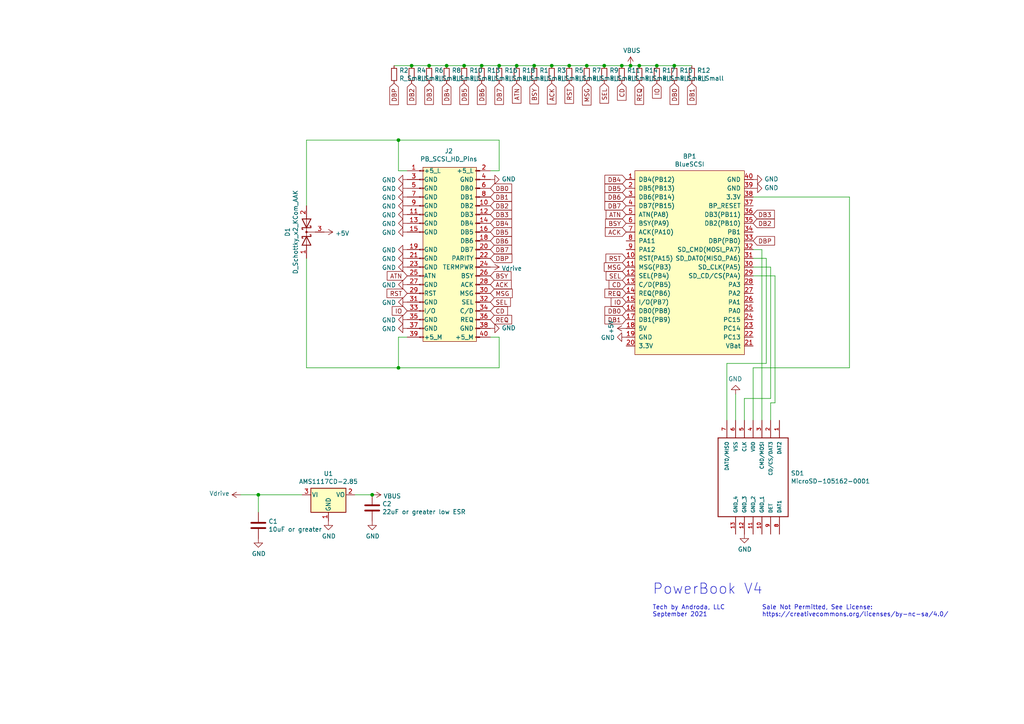
<source format=kicad_sch>
(kicad_sch (version 20211123) (generator eeschema)
  (paper "A4")
  (lib_symbols
    (symbol "Device:C" (pin_numbers hide) (pin_names (offset 0.254))
      (property "Reference" "C" (at 0.635 2.54 0))
      (property "Value" "C" (at 0.635 -2.54 0))
      (symbol "C_0_1"
        (polyline (pts (xy -2.032 -0.762) (xy 2.032 -0.762)) (stroke (width 0.508)))
        (polyline (pts (xy -2.032 0.762) (xy 2.032 0.762)) (stroke (width 0.508)))
      )
      (symbol "C_1_1"
        (pin passive line (at 0 3.81 270) (length 2.794) (name "~") (number "1"))
        (pin passive line (at 0 -3.81 90) (length 2.794) (name "~") (number "2"))
      )
    )
    (symbol "Device:D_Schottky_x2_KCom_AAK" (pin_names (offset 0.762) hide)
      (property "Reference" "D" (at 1.27 -2.54 0))
      (property "Value" "Device_D_Schottky_x2_KCom_AAK" (at 0 2.54 0))
      (symbol "D_Schottky_x2_KCom_AAK_0_1"
        (polyline (pts (xy -3.81 0) (xy 3.81 0)))
        (polyline (pts (xy 0 0) (xy 0 -2.54)))
        (polyline (pts (xy -1.27 -1.27) (xy -1.27 1.27) (xy -1.27 1.27)) (stroke (width 0.254)))
        (polyline (pts (xy 1.27 -1.27) (xy 1.27 1.27) (xy 1.27 1.27)) (stroke (width 0.254)))
        (polyline (pts (xy -1.27 -1.27) (xy -0.762 -1.27) (xy -0.762 -1.016) (xy -0.762 -1.016)) (stroke (width 0.254)))
        (polyline (pts (xy 1.27 -1.27) (xy 1.778 -1.27) (xy 1.778 -1.016) (xy 1.778 -1.016)) (stroke (width 0.254)))
        (polyline (pts (xy 1.27 1.27) (xy 0.762 1.27) (xy 0.762 1.016) (xy 0.762 1.016)) (stroke (width 0.254)))
        (polyline (pts (xy -1.778 1.016) (xy -1.778 1.27) (xy -1.27 1.27) (xy -1.27 1.27) (xy -1.27 1.27)) (stroke (width 0.254)))
        (polyline (pts (xy -3.81 1.27) (xy -1.27 0) (xy -3.81 -1.27) (xy -3.81 1.27) (xy -3.81 1.27) (xy -3.81 1.27)) (stroke (width 0.254)))
        (polyline (pts (xy 3.81 -1.27) (xy 1.27 0) (xy 3.81 1.27) (xy 3.81 -1.27) (xy 3.81 -1.27) (xy 3.81 -1.27)) (stroke (width 0.254)))
        (circle (center 0 0) (radius 0.254) (fill (type outline)))
        (pin passive line (at -7.62 0 0) (length 3.81) (name "A") (number "1"))
        (pin passive line (at 7.62 0 180) (length 3.81) (name "A") (number "2"))
        (pin passive line (at 0 -5.08 90) (length 2.54) (name "K") (number "3"))
      )
    )
    (symbol "Device:R_Small" (pin_numbers hide) (pin_names (offset 0.254) hide)
      (property "Reference" "R" (at 0.762 0.508 0))
      (property "Value" "R_Small" (at 0.762 -1.016 0))
      (symbol "R_Small_0_1"
        (rectangle (start -0.762 1.778) (end 0.762 -1.778) (stroke (width 0.2032)))
      )
      (symbol "R_Small_1_1"
        (pin passive line (at 0 2.54 270) (length 0.762) (name "~") (number "1"))
        (pin passive line (at 0 -2.54 90) (length 0.762) (name "~") (number "2"))
      )
    )
    (symbol "Regulator_Linear:AMS1117CD-2.85" (pin_names (offset 0.254))
      (property "Reference" "U" (at -3.81 3.175 0))
      (property "Value" "AMS1117CD-2.85" (at 0 3.175 0))
      (symbol "AMS1117CD-2.85_0_1"
        (rectangle (start -5.08 -5.08) (end 5.08 1.905) (stroke (width 0.254)) (fill (type background)))
      )
      (symbol "AMS1117CD-2.85_1_1"
        (pin power_in line (at 0 -7.62 90) (length 2.54) (name "GND") (number "1"))
        (pin power_out line (at 7.62 0 180) (length 2.54) (name "VO") (number "2"))
        (pin power_in line (at -7.62 0 0) (length 2.54) (name "VI") (number "3"))
      )
    )
    (symbol "custom_symbols:BlueSCSI" (pin_names (offset 1.016))
      (property "Reference" "BP" (at 0 1.27 0))
      (property "Value" "custom_symbols_BlueSCSI" (at 0 5.08 0))
      (symbol "BlueSCSI_0_1"
        (rectangle (start 16.51 -1.27) (end -15.24 -54.61) (fill (type background)))
      )
      (symbol "BlueSCSI_1_1"
        (pin bidirectional line (at -17.78 -3.81 0) (length 2.54) (name "DB4(PB12)") (number "1"))
        (pin bidirectional line (at -17.78 -26.67 0) (length 2.54) (name "RST(PA15)") (number "10"))
        (pin bidirectional line (at -17.78 -29.21 0) (length 2.54) (name "MSG(PB3)") (number "11"))
        (pin bidirectional line (at -17.78 -31.75 0) (length 2.54) (name "SEL(PB4)") (number "12"))
        (pin bidirectional line (at -17.78 -34.29 0) (length 2.54) (name "C/D(PB5)") (number "13"))
        (pin bidirectional line (at -17.78 -36.83 0) (length 2.54) (name "REQ(PB6)") (number "14"))
        (pin bidirectional line (at -17.78 -39.37 0) (length 2.54) (name "I/O(PB7)") (number "15"))
        (pin bidirectional line (at -17.78 -41.91 0) (length 2.54) (name "DB0(PB8)") (number "16"))
        (pin bidirectional line (at -17.78 -44.45 0) (length 2.54) (name "DB1(PB9)") (number "17"))
        (pin power_in line (at -17.78 -46.99 0) (length 2.54) (name "5V") (number "18"))
        (pin power_in line (at -17.78 -49.53 0) (length 2.54) (name "GND") (number "19"))
        (pin bidirectional line (at -17.78 -6.35 0) (length 2.54) (name "DB5(PB13)") (number "2"))
        (pin power_in line (at -17.78 -52.07 0) (length 2.54) (name "3.3V") (number "20"))
        (pin power_in line (at 19.05 -52.07 180) (length 2.54) (name "VBat") (number "21"))
        (pin bidirectional line (at 19.05 -49.53 180) (length 2.54) (name "PC13") (number "22"))
        (pin bidirectional line (at 19.05 -46.99 180) (length 2.54) (name "PC14") (number "23"))
        (pin bidirectional line (at 19.05 -44.45 180) (length 2.54) (name "PC15") (number "24"))
        (pin bidirectional line (at 19.05 -41.91 180) (length 2.54) (name "PA0") (number "25"))
        (pin bidirectional line (at 19.05 -39.37 180) (length 2.54) (name "PA1") (number "26"))
        (pin bidirectional line (at 19.05 -36.83 180) (length 2.54) (name "PA2") (number "27"))
        (pin bidirectional line (at 19.05 -34.29 180) (length 2.54) (name "PA3") (number "28"))
        (pin bidirectional line (at 19.05 -31.75 180) (length 2.54) (name "SD_CD/CS(PA4)") (number "29"))
        (pin bidirectional line (at -17.78 -8.89 0) (length 2.54) (name "DB6(PB14)") (number "3"))
        (pin bidirectional line (at 19.05 -29.21 180) (length 2.54) (name "SD_CLK(PA5)") (number "30"))
        (pin bidirectional line (at 19.05 -26.67 180) (length 2.54) (name "SD_DAT0(MISO_PA6)") (number "31"))
        (pin bidirectional line (at 19.05 -24.13 180) (length 2.54) (name "SD_CMD(MOSI_PA7)") (number "32"))
        (pin bidirectional line (at 19.05 -21.59 180) (length 2.54) (name "DBP(PB0)") (number "33"))
        (pin bidirectional line (at 19.05 -19.05 180) (length 2.54) (name "PB1") (number "34"))
        (pin bidirectional line (at 19.05 -16.51 180) (length 2.54) (name "DB2(PB10)") (number "35"))
        (pin bidirectional line (at 19.05 -13.97 180) (length 2.54) (name "DB3(PB11)") (number "36"))
        (pin input line (at 19.05 -11.43 180) (length 2.54) (name "BP_RESET") (number "37"))
        (pin power_in line (at 19.05 -8.89 180) (length 2.54) (name "3.3V") (number "38"))
        (pin power_in line (at 19.05 -6.35 180) (length 2.54) (name "GND") (number "39"))
        (pin bidirectional line (at -17.78 -11.43 0) (length 2.54) (name "DB7(PB15)") (number "4"))
        (pin power_in line (at 19.05 -3.81 180) (length 2.54) (name "GND") (number "40"))
        (pin bidirectional line (at -17.78 -13.97 0) (length 2.54) (name "ATN(PA8)") (number "5"))
        (pin bidirectional line (at -17.78 -16.51 0) (length 2.54) (name "BSY(PA9)") (number "6"))
        (pin bidirectional line (at -17.78 -19.05 0) (length 2.54) (name "ACK(PA10)") (number "7"))
        (pin bidirectional line (at -17.78 -21.59 0) (length 2.54) (name "PA11") (number "8"))
        (pin bidirectional line (at -17.78 -24.13 0) (length 2.54) (name "PA12") (number "9"))
      )
    )
    (symbol "custom_symbols:MicroSD-105162-0001" (pin_names (offset 1.016))
      (property "Reference" "J" (at 29.21 7.62 0))
      (property "Value" "custom_symbols_MicroSD-105162-0001" (at 29.21 5.08 0))
      (symbol "MicroSD-105162-0001_0_0"
        (polyline (pts (xy 5.08 2.54) (xy 5.08 -17.78)) (stroke (width 0.254)))
        (polyline (pts (xy 5.08 2.54) (xy 27.94 2.54)) (stroke (width 0.254)))
        (polyline (pts (xy 27.94 -17.78) (xy 5.08 -17.78)) (stroke (width 0.254)))
        (polyline (pts (xy 27.94 -17.78) (xy 27.94 2.54)) (stroke (width 0.254)))
        (pin bidirectional line (at 0 0 0) (length 5.08) (name "DAT2") (number "1"))
        (pin bidirectional line (at 33.02 -5.08 180) (length 5.08) (name "GND_1") (number "10"))
        (pin bidirectional line (at 33.02 -7.62 180) (length 5.08) (name "GND_2") (number "11"))
        (pin bidirectional line (at 33.02 -10.16 180) (length 5.08) (name "GND_3") (number "12"))
        (pin bidirectional line (at 33.02 -12.7 180) (length 5.08) (name "GND_4") (number "13"))
        (pin bidirectional line (at 0 -2.54 0) (length 5.08) (name "CD/CS/DAT3") (number "2"))
        (pin bidirectional line (at 0 -5.08 0) (length 5.08) (name "CMD/MOSI") (number "3"))
        (pin bidirectional line (at 0 -7.62 0) (length 5.08) (name "VDD") (number "4"))
        (pin bidirectional line (at 0 -10.16 0) (length 5.08) (name "CLK") (number "5"))
        (pin bidirectional line (at 0 -12.7 0) (length 5.08) (name "VSS") (number "6"))
        (pin bidirectional line (at 0 -15.24 0) (length 5.08) (name "DAT0/MISO") (number "7"))
        (pin bidirectional line (at 33.02 0 180) (length 5.08) (name "DAT1") (number "8"))
        (pin bidirectional line (at 33.02 -2.54 180) (length 5.08) (name "DET") (number "9"))
      )
    )
    (symbol "custom_symbols:PB_SCSI_HD_Pins" (pin_names (offset 1.016))
      (property "Reference" "J" (at -0.508 26.67 0))
      (property "Value" "custom_symbols_PB_SCSI_HD_Pins" (at -0.508 -28.702 0))
      (symbol "PB_SCSI_HD_Pins_0_1"
        (rectangle (start -8.128 -25.4) (end 7.366 25.146) (fill (type background)))
      )
      (symbol "PB_SCSI_HD_Pins_1_1"
        (rectangle (start -9.144 -24.003) (end -7.874 -24.257) (stroke (width 0.1524)))
        (rectangle (start -9.144 -21.463) (end -7.874 -21.717) (stroke (width 0.1524)))
        (rectangle (start -9.144 -18.923) (end -7.874 -19.177) (stroke (width 0.1524)))
        (rectangle (start -9.144 -16.383) (end -7.874 -16.637) (stroke (width 0.1524)))
        (rectangle (start -9.144 -13.843) (end -7.874 -14.097) (stroke (width 0.1524)))
        (rectangle (start -9.144 -11.303) (end -7.874 -11.557) (stroke (width 0.1524)))
        (rectangle (start -9.144 -8.763) (end -7.874 -9.017) (stroke (width 0.1524)))
        (rectangle (start -9.144 -6.223) (end -7.874 -6.477) (stroke (width 0.1524)))
        (rectangle (start -9.144 -3.683) (end -7.874 -3.937) (stroke (width 0.1524)))
        (rectangle (start -9.144 -1.143) (end -7.874 -1.397) (stroke (width 0.1524)))
        (rectangle (start -9.144 1.397) (end -7.874 1.143) (stroke (width 0.1524)))
        (rectangle (start -9.144 6.477) (end -7.874 6.223) (stroke (width 0.1524)))
        (rectangle (start -9.144 9.017) (end -7.874 8.763) (stroke (width 0.1524)))
        (rectangle (start -9.144 11.557) (end -7.874 11.303) (stroke (width 0.1524)))
        (rectangle (start -9.144 14.097) (end -7.874 13.843) (stroke (width 0.1524)))
        (rectangle (start -9.144 16.637) (end -7.874 16.383) (stroke (width 0.1524)))
        (rectangle (start -9.144 19.177) (end -7.874 18.923) (stroke (width 0.1524)))
        (rectangle (start -9.144 21.717) (end -7.874 21.463) (stroke (width 0.1524)))
        (rectangle (start -9.144 24.257) (end -7.874 24.003) (stroke (width 0.1524)))
        (rectangle (start 8.382 -24.003) (end 7.112 -24.257) (stroke (width 0.1524)))
        (rectangle (start 8.382 -21.463) (end 7.112 -21.717) (stroke (width 0.1524)))
        (rectangle (start 8.382 -18.923) (end 7.112 -19.177) (stroke (width 0.1524)))
        (rectangle (start 8.382 -16.383) (end 7.112 -16.637) (stroke (width 0.1524)))
        (rectangle (start 8.382 -13.843) (end 7.112 -14.097) (stroke (width 0.1524)))
        (rectangle (start 8.382 -11.303) (end 7.112 -11.557) (stroke (width 0.1524)))
        (rectangle (start 8.382 -8.763) (end 7.112 -9.017) (stroke (width 0.1524)))
        (rectangle (start 8.382 -6.223) (end 7.112 -6.477) (stroke (width 0.1524)))
        (rectangle (start 8.382 -3.683) (end 7.112 -3.937) (stroke (width 0.1524)))
        (rectangle (start 8.382 -1.143) (end 7.112 -1.397) (stroke (width 0.1524)))
        (rectangle (start 8.382 1.397) (end 7.112 1.143) (stroke (width 0.1524)))
        (rectangle (start 8.382 3.937) (end 7.112 3.683) (stroke (width 0.1524)))
        (rectangle (start 8.382 6.477) (end 7.112 6.223) (stroke (width 0.1524)))
        (rectangle (start 8.382 9.017) (end 7.112 8.763) (stroke (width 0.1524)))
        (rectangle (start 8.382 11.557) (end 7.112 11.303) (stroke (width 0.1524)))
        (rectangle (start 8.382 14.097) (end 7.112 13.843) (stroke (width 0.1524)))
        (rectangle (start 8.382 16.637) (end 7.112 16.383) (stroke (width 0.1524)))
        (rectangle (start 8.382 19.177) (end 7.112 18.923) (stroke (width 0.1524)))
        (rectangle (start 8.382 21.717) (end 7.112 21.463) (stroke (width 0.1524)))
        (rectangle (start 8.382 24.257) (end 7.112 24.003) (stroke (width 0.1524)))
        (pin power_in line (at -12.7 24.13 0) (length 3.81) (name "+5_L") (number "1"))
        (pin passive line (at 11.43 13.97 180) (length 3.81) (name "DB2") (number "10"))
        (pin power_in line (at -12.7 11.43 0) (length 3.81) (name "GND") (number "11"))
        (pin passive line (at 11.43 11.43 180) (length 3.81) (name "DB3") (number "12"))
        (pin power_in line (at -12.7 8.89 0) (length 3.81) (name "GND") (number "13"))
        (pin passive line (at 11.43 8.89 180) (length 3.81) (name "DB4") (number "14"))
        (pin power_in line (at -12.7 6.35 0) (length 3.81) (name "GND") (number "15"))
        (pin passive line (at 11.43 6.35 180) (length 3.81) (name "DB5") (number "16"))
        (pin passive line (at 11.43 3.81 180) (length 3.81) (name "DB6") (number "18"))
        (pin power_in line (at -12.7 1.27 0) (length 3.81) (name "GND") (number "19"))
        (pin power_in line (at 11.43 24.13 180) (length 3.81) (name "+5_L") (number "2"))
        (pin passive line (at 11.43 1.27 180) (length 3.81) (name "DB7") (number "20"))
        (pin power_in line (at -12.7 -1.27 0) (length 3.81) (name "GND") (number "21"))
        (pin passive line (at 11.43 -1.27 180) (length 3.81) (name "PARITY") (number "22"))
        (pin power_in line (at -12.7 -3.81 0) (length 3.81) (name "GND") (number "23"))
        (pin passive line (at 11.43 -3.81 180) (length 3.81) (name "TERMPWR") (number "24"))
        (pin passive line (at -12.7 -6.35 0) (length 3.81) (name "ATN") (number "25"))
        (pin passive line (at 11.43 -6.35 180) (length 3.81) (name "BSY") (number "26"))
        (pin power_in line (at -12.7 -8.89 0) (length 3.81) (name "GND") (number "27"))
        (pin passive line (at 11.43 -8.89 180) (length 3.81) (name "ACK") (number "28"))
        (pin passive line (at -12.7 -11.43 0) (length 3.81) (name "RST") (number "29"))
        (pin power_in line (at -12.7 21.59 0) (length 3.81) (name "GND") (number "3"))
        (pin passive line (at 11.43 -11.43 180) (length 3.81) (name "MSG") (number "30"))
        (pin power_in line (at -12.7 -13.97 0) (length 3.81) (name "GND") (number "31"))
        (pin passive line (at 11.43 -13.97 180) (length 3.81) (name "SEL") (number "32"))
        (pin passive line (at -12.7 -16.51 0) (length 3.81) (name "I/O") (number "33"))
        (pin passive line (at 11.43 -16.51 180) (length 3.81) (name "C/D") (number "34"))
        (pin power_in line (at -12.7 -19.05 0) (length 3.81) (name "GND") (number "35"))
        (pin passive line (at 11.43 -19.05 180) (length 3.81) (name "REQ") (number "36"))
        (pin power_in line (at -12.7 -21.59 0) (length 3.81) (name "GND") (number "37"))
        (pin power_in line (at 11.43 -21.59 180) (length 3.81) (name "GND") (number "38"))
        (pin power_in line (at -12.7 -24.13 0) (length 3.81) (name "+5_M") (number "39"))
        (pin power_in line (at 11.43 21.59 180) (length 3.81) (name "GND") (number "4"))
        (pin power_in line (at 11.43 -24.13 180) (length 3.81) (name "+5_M") (number "40"))
        (pin power_in line (at -12.7 19.05 0) (length 3.81) (name "GND") (number "5"))
        (pin passive line (at 11.43 19.05 180) (length 3.81) (name "DB0") (number "6"))
        (pin power_in line (at -12.7 16.51 0) (length 3.81) (name "GND") (number "7"))
        (pin passive line (at 11.43 16.51 180) (length 3.81) (name "DB1") (number "8"))
        (pin power_in line (at -12.7 13.97 0) (length 3.81) (name "GND") (number "9"))
      )
    )
    (symbol "power:+5V" (power) (pin_names (offset 0))
      (property "Value" "+5V" (at 0 3.556 0))
      (symbol "+5V_0_1"
        (polyline (pts (xy -0.762 1.27) (xy 0 2.54)))
        (polyline (pts (xy 0 0) (xy 0 2.54)))
        (polyline (pts (xy 0 2.54) (xy 0.762 1.27)))
      )
      (symbol "+5V_1_1"
        (pin power_in line (at 0 0 90) (length 0) hide (name "+5V") (number "1"))
      )
    )
    (symbol "power:GND" (power) (pin_names (offset 0))
      (property "Value" "GND" (at 0 -3.81 0))
      (symbol "GND_0_1"
        (polyline (pts (xy 0 0) (xy 0 -1.27) (xy 1.27 -1.27) (xy 0 -2.54) (xy -1.27 -1.27) (xy 0 -1.27)))
      )
      (symbol "GND_1_1"
        (pin power_in line (at 0 0 270) (length 0) hide (name "GND") (number "1"))
      )
    )
    (symbol "power:VBUS" (power) (pin_names (offset 0))
      (property "Value" "VBUS" (at 0 3.81 0))
      (symbol "VBUS_0_1"
        (polyline (pts (xy -0.762 1.27) (xy 0 2.54)))
        (polyline (pts (xy 0 0) (xy 0 2.54)))
        (polyline (pts (xy 0 2.54) (xy 0.762 1.27)))
      )
      (symbol "VBUS_1_1"
        (pin power_in line (at 0 0 90) (length 0) hide (name "VBUS") (number "1"))
      )
    )
    (symbol "power:Vdrive" (power) (pin_names (offset 0))
      (property "Value" "Vdrive" (at 0 3.81 0))
      (symbol "Vdrive_0_1"
        (polyline (pts (xy -0.762 1.27) (xy 0 2.54)))
        (polyline (pts (xy 0 0) (xy 0 2.54)))
        (polyline (pts (xy 0 2.54) (xy 0.762 1.27)))
      )
      (symbol "Vdrive_1_1"
        (pin power_in line (at 0 0 90) (length 0) hide (name "Vdrive") (number "1"))
      )
    )
  )
  (junction (at 165.1 19.05))
  (junction (at 129.54 19.05))
  (junction (at 115.57 106.68))
  (junction (at 154.94 19.05))
  (junction (at 160.02 19.05))
  (junction (at 182.88 19.05))
  (junction (at 139.7 19.05))
  (junction (at 170.18 19.05))
  (junction (at 144.78 19.05))
  (junction (at 195.58 19.05))
  (junction (at 185.42 19.05))
  (junction (at 115.57 40.64))
  (junction (at 190.5 19.05))
  (junction (at 180.34 19.05))
  (junction (at 149.86 19.05))
  (junction (at 119.38 19.05))
  (junction (at 107.95 143.51))
  (junction (at 175.26 19.05))
  (junction (at 134.62 19.05))
  (junction (at 124.46 19.05))
  (junction (at 74.93 143.51))
  (wire (pts (xy 210.82 105.41) (xy 222.25 105.41)))
  (wire (pts (xy 224.79 80.01) (xy 224.79 116.84)))
  (wire (pts (xy 218.44 57.15) (xy 246.38 57.15)))
  (wire (pts (xy 102.87 143.51) (xy 107.95 143.51)))
  (wire (pts (xy 215.9 115.57) (xy 215.9 121.92)))
  (wire (pts (xy 190.5 19.05) (xy 185.42 19.05)))
  (wire (pts (xy 124.46 19.05) (xy 119.38 19.05)))
  (wire (pts (xy 88.9 106.68) (xy 115.57 106.68)))
  (wire (pts (xy 129.54 19.05) (xy 124.46 19.05)))
  (wire (pts (xy 142.24 97.79) (xy 144.78 97.79)))
  (wire (pts (xy 218.44 74.93) (xy 222.25 74.93)))
  (wire (pts (xy 115.57 106.68) (xy 115.57 97.79)))
  (wire (pts (xy 223.52 115.57) (xy 215.9 115.57)))
  (wire (pts (xy 144.78 19.05) (xy 139.7 19.05)))
  (wire (pts (xy 149.86 19.05) (xy 144.78 19.05)))
  (wire (pts (xy 144.78 40.64) (xy 115.57 40.64)))
  (wire (pts (xy 144.78 106.68) (xy 115.57 106.68)))
  (wire (pts (xy 175.26 19.05) (xy 170.18 19.05)))
  (wire (pts (xy 185.42 19.05) (xy 182.88 19.05)))
  (wire (pts (xy 144.78 97.79) (xy 144.78 106.68)))
  (wire (pts (xy 119.38 19.05) (xy 114.3 19.05)))
  (wire (pts (xy 218.44 121.92) (xy 218.44 106.68)))
  (wire (pts (xy 144.78 49.53) (xy 144.78 40.64)))
  (wire (pts (xy 246.38 106.68) (xy 246.38 57.15)))
  (wire (pts (xy 223.52 116.84) (xy 223.52 121.92)))
  (wire (pts (xy 115.57 49.53) (xy 118.11 49.53)))
  (wire (pts (xy 88.9 40.64) (xy 115.57 40.64)))
  (wire (pts (xy 195.58 19.05) (xy 200.66 19.05)))
  (wire (pts (xy 182.88 19.05) (xy 180.34 19.05)))
  (wire (pts (xy 134.62 19.05) (xy 129.54 19.05)))
  (wire (pts (xy 180.34 19.05) (xy 175.26 19.05)))
  (wire (pts (xy 218.44 77.47) (xy 223.52 77.47)))
  (wire (pts (xy 160.02 19.05) (xy 154.94 19.05)))
  (wire (pts (xy 218.44 80.01) (xy 224.79 80.01)))
  (wire (pts (xy 218.44 106.68) (xy 246.38 106.68)))
  (wire (pts (xy 210.82 121.92) (xy 210.82 105.41)))
  (wire (pts (xy 223.52 77.47) (xy 223.52 115.57)))
  (wire (pts (xy 222.25 105.41) (xy 222.25 74.93)))
  (wire (pts (xy 115.57 97.79) (xy 118.11 97.79)))
  (wire (pts (xy 142.24 49.53) (xy 144.78 49.53)))
  (wire (pts (xy 220.98 121.92) (xy 220.98 72.39)))
  (wire (pts (xy 134.62 19.05) (xy 139.7 19.05)))
  (wire (pts (xy 74.93 143.51) (xy 87.63 143.51)))
  (wire (pts (xy 69.85 143.51) (xy 74.93 143.51)))
  (wire (pts (xy 170.18 19.05) (xy 165.1 19.05)))
  (wire (pts (xy 224.79 116.84) (xy 223.52 116.84)))
  (wire (pts (xy 195.58 19.05) (xy 190.5 19.05)))
  (wire (pts (xy 88.9 74.93) (xy 88.9 106.68)))
  (wire (pts (xy 213.36 121.92) (xy 213.36 114.3)))
  (wire (pts (xy 74.93 148.59) (xy 74.93 143.51)))
  (wire (pts (xy 115.57 40.64) (xy 115.57 49.53)))
  (wire (pts (xy 220.98 72.39) (xy 218.44 72.39)))
  (wire (pts (xy 154.94 19.05) (xy 149.86 19.05)))
  (wire (pts (xy 88.9 59.69) (xy 88.9 40.64)))
  (wire (pts (xy 165.1 19.05) (xy 160.02 19.05)))
  (text "PowerBook V4" (at 189.23 172.72 0) (effects (font (size 3 3)) (justify left bottom)))
  (text "Sale Not Permitted, See License:\nhttps://creativecommons.org/licenses/by-nc-sa/4.0/" (at 220.98 179.07 0) (effects (font (size 1.27 1.27)) (justify left bottom)))
  (text "Tech by Androda, LLC\nSeptember 2021" (at 189.23 179.07 0) (effects (font (size 1.27 1.27)) (justify left bottom)))
  (global_label "MSG" (shape input) (at 142.24 85.09 0) (property "Intersheet References" "${INTERSHEET_REFS}" (effects hide)))
  (global_label "DB1" (shape input) (at 181.61 92.71 180) (property "Intersheet References" "${INTERSHEET_REFS}" (effects hide)))
  (global_label "DB6" (shape input) (at 181.61 57.15 180) (property "Intersheet References" "${INTERSHEET_REFS}" (effects hide)))
  (global_label "ACK" (shape input) (at 142.24 82.55 0) (property "Intersheet References" "${INTERSHEET_REFS}" (effects hide)))
  (global_label "RST" (shape input) (at 181.61 74.93 180) (property "Intersheet References" "${INTERSHEET_REFS}" (effects hide)))
  (global_label "REQ" (shape input) (at 185.42 24.13 270) (property "Intersheet References" "${INTERSHEET_REFS}" (effects hide)))
  (global_label "ATN" (shape input) (at 118.11 80.01 180) (property "Intersheet References" "${INTERSHEET_REFS}" (effects hide)))
  (global_label "ATN" (shape input) (at 149.86 24.13 270) (property "Intersheet References" "${INTERSHEET_REFS}" (effects hide)))
  (global_label "IO" (shape input) (at 181.61 87.63 180) (property "Intersheet References" "${INTERSHEET_REFS}" (effects hide)))
  (global_label "MSG" (shape input) (at 170.18 24.13 270) (property "Intersheet References" "${INTERSHEET_REFS}" (effects hide)))
  (global_label "BSY" (shape input) (at 181.61 64.77 180) (property "Intersheet References" "${INTERSHEET_REFS}" (effects hide)))
  (global_label "DB7" (shape input) (at 181.61 59.69 180) (property "Intersheet References" "${INTERSHEET_REFS}" (effects hide)))
  (global_label "DB4" (shape input) (at 181.61 52.07 180) (property "Intersheet References" "${INTERSHEET_REFS}" (effects hide)))
  (global_label "DB3" (shape input) (at 218.44 62.23 0) (property "Intersheet References" "${INTERSHEET_REFS}" (effects hide)))
  (global_label "DB0" (shape input) (at 181.61 90.17 180) (property "Intersheet References" "${INTERSHEET_REFS}" (effects hide)))
  (global_label "IO" (shape input) (at 190.5 24.13 270) (property "Intersheet References" "${INTERSHEET_REFS}" (effects hide)))
  (global_label "IO" (shape input) (at 118.11 90.17 180) (property "Intersheet References" "${INTERSHEET_REFS}" (effects hide)))
  (global_label "DB7" (shape input) (at 144.78 24.13 270) (property "Intersheet References" "${INTERSHEET_REFS}" (effects hide)))
  (global_label "DB2" (shape input) (at 119.38 24.13 270) (property "Intersheet References" "${INTERSHEET_REFS}" (effects hide)))
  (global_label "CD" (shape input) (at 142.24 90.17 0) (property "Intersheet References" "${INTERSHEET_REFS}" (effects hide)))
  (global_label "BSY" (shape input) (at 154.94 24.13 270) (property "Intersheet References" "${INTERSHEET_REFS}" (effects hide)))
  (global_label "SEL" (shape input) (at 181.61 80.01 180) (property "Intersheet References" "${INTERSHEET_REFS}" (effects hide)))
  (global_label "ACK" (shape input) (at 181.61 67.31 180) (property "Intersheet References" "${INTERSHEET_REFS}" (effects hide)))
  (global_label "DB3" (shape input) (at 124.46 24.13 270) (property "Intersheet References" "${INTERSHEET_REFS}" (effects hide)))
  (global_label "REQ" (shape input) (at 181.61 85.09 180) (property "Intersheet References" "${INTERSHEET_REFS}" (effects hide)))
  (global_label "BSY" (shape input) (at 142.24 80.01 0) (property "Intersheet References" "${INTERSHEET_REFS}" (effects hide)))
  (global_label "DB4" (shape input) (at 129.54 24.13 270) (property "Intersheet References" "${INTERSHEET_REFS}" (effects hide)))
  (global_label "DB1" (shape input) (at 200.66 24.13 270) (property "Intersheet References" "${INTERSHEET_REFS}" (effects hide)))
  (global_label "DB3" (shape input) (at 142.24 62.23 0) (property "Intersheet References" "${INTERSHEET_REFS}" (effects hide)))
  (global_label "MSG" (shape input) (at 181.61 77.47 180) (property "Intersheet References" "${INTERSHEET_REFS}" (effects hide)))
  (global_label "DB6" (shape input) (at 142.24 69.85 0) (property "Intersheet References" "${INTERSHEET_REFS}" (effects hide)))
  (global_label "DBP" (shape input) (at 142.24 74.93 0) (property "Intersheet References" "${INTERSHEET_REFS}" (effects hide)))
  (global_label "REQ" (shape input) (at 142.24 92.71 0) (property "Intersheet References" "${INTERSHEET_REFS}" (effects hide)))
  (global_label "DB5" (shape input) (at 142.24 67.31 0) (property "Intersheet References" "${INTERSHEET_REFS}" (effects hide)))
  (global_label "CD" (shape input) (at 180.34 24.13 270) (property "Intersheet References" "${INTERSHEET_REFS}" (effects hide)))
  (global_label "DB0" (shape input) (at 142.24 54.61 0) (property "Intersheet References" "${INTERSHEET_REFS}" (effects hide)))
  (global_label "SEL" (shape input) (at 142.24 87.63 0) (property "Intersheet References" "${INTERSHEET_REFS}" (effects hide)))
  (global_label "RST" (shape input) (at 118.11 85.09 180) (property "Intersheet References" "${INTERSHEET_REFS}" (effects hide)))
  (global_label "RST" (shape input) (at 165.1 24.13 270) (property "Intersheet References" "${INTERSHEET_REFS}" (effects hide)))
  (global_label "SEL" (shape input) (at 175.26 24.13 270) (property "Intersheet References" "${INTERSHEET_REFS}" (effects hide)))
  (global_label "ATN" (shape input) (at 181.61 62.23 180) (property "Intersheet References" "${INTERSHEET_REFS}" (effects hide)))
  (global_label "DB2" (shape input) (at 142.24 59.69 0) (property "Intersheet References" "${INTERSHEET_REFS}" (effects hide)))
  (global_label "DB1" (shape input) (at 142.24 57.15 0) (property "Intersheet References" "${INTERSHEET_REFS}" (effects hide)))
  (global_label "ACK" (shape input) (at 160.02 24.13 270) (property "Intersheet References" "${INTERSHEET_REFS}" (effects hide)))
  (global_label "CD" (shape input) (at 181.61 82.55 180) (property "Intersheet References" "${INTERSHEET_REFS}" (effects hide)))
  (global_label "DB4" (shape input) (at 142.24 64.77 0) (property "Intersheet References" "${INTERSHEET_REFS}" (effects hide)))
  (global_label "DB5" (shape input) (at 181.61 54.61 180) (property "Intersheet References" "${INTERSHEET_REFS}" (effects hide)))
  (global_label "DB0" (shape input) (at 195.58 24.13 270) (property "Intersheet References" "${INTERSHEET_REFS}" (effects hide)))
  (global_label "DBP" (shape input) (at 218.44 69.85 0) (property "Intersheet References" "${INTERSHEET_REFS}" (effects hide)))
  (global_label "DBP" (shape input) (at 114.3 24.13 270) (property "Intersheet References" "${INTERSHEET_REFS}" (effects hide)))
  (global_label "DB2" (shape input) (at 218.44 64.77 0) (property "Intersheet References" "${INTERSHEET_REFS}" (effects hide)))
  (global_label "DB6" (shape input) (at 139.7 24.13 270) (property "Intersheet References" "${INTERSHEET_REFS}" (effects hide)))
  (global_label "DB7" (shape input) (at 142.24 72.39 0) (property "Intersheet References" "${INTERSHEET_REFS}" (effects hide)))
  (global_label "DB5" (shape input) (at 134.62 24.13 270) (property "Intersheet References" "${INTERSHEET_REFS}" (effects hide)))
  (symbol (lib_id "Device:R_Small") (at 190.5 21.59 0) (unit 1)
    (property "Reference" "R17" (at 191.9986 20.4216 0) (effects (justify left)))
    (property "Value" "R_Small" (at 191.9986 22.733 0) (effects (justify left)))
    (property "Footprint" "Resistor_SMD:R_0603_1608Metric_Pad1.05x0.95mm_HandSolder" (effects hide))
  )
  (symbol (lib_id "power:+5V") (at 181.61 95.25 90) (unit 1)
    (property "Reference" "#PWR033" (effects hide))
    (property "Value" "+5V" (at 177.2158 94.869 0))
  )
  (symbol (lib_id "custom_symbols:PB_SCSI_HD_Pins") (at 130.81 73.66 0) (unit 1)
    (property "Reference" "J2" (at 130.175 43.815 0))
    (property "Value" "PB_SCSI_HD_Pins" (at 130.175 46.1264 0))
    (property "Footprint" "CustomFootprints:PowerBook_BlueSCSI_SMD_Headers" (effects hide))
  )
  (symbol (lib_id "Device:R_Small") (at 185.42 21.59 0) (unit 1)
    (property "Reference" "R14" (at 186.9186 20.4216 0) (effects (justify left)))
    (property "Value" "R_Small" (at 186.9186 22.733 0) (effects (justify left)))
    (property "Footprint" "Resistor_SMD:R_0603_1608Metric_Pad1.05x0.95mm_HandSolder" (effects hide))
  )
  (symbol (lib_id "Device:R_Small") (at 180.34 21.59 0) (unit 1)
    (property "Reference" "R11" (at 181.8386 20.4216 0) (effects (justify left)))
    (property "Value" "R_Small" (at 181.8386 22.733 0) (effects (justify left)))
    (property "Footprint" "Resistor_SMD:R_0603_1608Metric_Pad1.05x0.95mm_HandSolder" (effects hide))
  )
  (symbol (lib_id "Device:R_Small") (at 175.26 21.59 0) (unit 1)
    (property "Reference" "R9" (at 176.7586 20.4216 0) (effects (justify left)))
    (property "Value" "R_Small" (at 176.7586 22.733 0) (effects (justify left)))
    (property "Footprint" "Resistor_SMD:R_0603_1608Metric_Pad1.05x0.95mm_HandSolder" (effects hide))
  )
  (symbol (lib_id "Device:R_Small") (at 170.18 21.59 0) (unit 1)
    (property "Reference" "R7" (at 171.6786 20.4216 0) (effects (justify left)))
    (property "Value" "R_Small" (at 171.6786 22.733 0) (effects (justify left)))
    (property "Footprint" "Resistor_SMD:R_0603_1608Metric_Pad1.05x0.95mm_HandSolder" (effects hide))
  )
  (symbol (lib_id "Device:R_Small") (at 165.1 21.59 0) (unit 1)
    (property "Reference" "R5" (at 166.5986 20.4216 0) (effects (justify left)))
    (property "Value" "R_Small" (at 166.5986 22.733 0) (effects (justify left)))
    (property "Footprint" "Resistor_SMD:R_0603_1608Metric_Pad1.05x0.95mm_HandSolder" (effects hide))
  )
  (symbol (lib_id "Device:R_Small") (at 160.02 21.59 0) (unit 1)
    (property "Reference" "R3" (at 161.5186 20.4216 0) (effects (justify left)))
    (property "Value" "R_Small" (at 161.5186 22.733 0) (effects (justify left)))
    (property "Footprint" "Resistor_SMD:R_0603_1608Metric_Pad1.05x0.95mm_HandSolder" (effects hide))
  )
  (symbol (lib_id "Device:R_Small") (at 154.94 21.59 0) (unit 1)
    (property "Reference" "R1" (at 156.4386 20.4216 0) (effects (justify left)))
    (property "Value" "R_Small" (at 156.4386 22.733 0) (effects (justify left)))
    (property "Footprint" "Resistor_SMD:R_0603_1608Metric_Pad1.05x0.95mm_HandSolder" (effects hide))
  )
  (symbol (lib_id "custom_symbols:BlueSCSI") (at 199.39 48.26 0) (unit 1)
    (property "Reference" "BP1" (at 200.025 45.339 0))
    (property "Value" "BlueSCSI" (at 200.025 47.6504 0))
    (property "Footprint" "CustomFootprints:SMDBluePill_rightLeg1" (effects hide))
  )
  (symbol (lib_id "custom_symbols:MicroSD-105162-0001") (at 226.06 121.92 270) (unit 1)
    (property "Reference" "SD1" (at 229.362 137.2616 90) (effects (justify left)))
    (property "Value" "MicroSD-105162-0001" (at 229.362 139.573 90) (effects (justify left)))
    (property "Footprint" "CustomFootprints:microsd_molex_1051620001" (effects hide))
    (property "MANUFACTURER_PART_NUMBER" "105162-0001" (effects hide))
    (property "HEIGHT" "mm" (effects hide))
    (property "MOUSER_PART_NUMBER" "538-105162-0001" (effects hide))
    (property "DESCRIPTION" "Memory Card Connectors 1.45H MICRO SD HEADER WITH D/C PIN" (effects hide))
    (property "MANUFACTURER_NAME" "Molex" (effects hide))
    (property "MOUSER_PRICE-STOCK" "https://www.mouser.co.uk/ProductDetail/Molex/105162-0001?qs=1fNsfHe5VsK8daqlgKxZfQ%3D%3D" (effects hide))
  )
  (symbol (lib_id "Device:R_Small") (at 149.86 21.59 0) (unit 1)
    (property "Reference" "R18" (at 151.3586 20.4216 0) (effects (justify left)))
    (property "Value" "R_Small" (at 151.3586 22.733 0) (effects (justify left)))
    (property "Footprint" "Resistor_SMD:R_0603_1608Metric_Pad1.05x0.95mm_HandSolder" (effects hide))
  )
  (symbol (lib_id "Device:R_Small") (at 144.78 21.59 0) (unit 1)
    (property "Reference" "R16" (at 146.2786 20.4216 0) (effects (justify left)))
    (property "Value" "R_Small" (at 146.2786 22.733 0) (effects (justify left)))
    (property "Footprint" "Resistor_SMD:R_0603_1608Metric_Pad1.05x0.95mm_HandSolder" (effects hide))
  )
  (symbol (lib_id "Device:R_Small") (at 139.7 21.59 0) (unit 1)
    (property "Reference" "R13" (at 141.1986 20.4216 0) (effects (justify left)))
    (property "Value" "R_Small" (at 141.1986 22.733 0) (effects (justify left)))
    (property "Footprint" "Resistor_SMD:R_0603_1608Metric_Pad1.05x0.95mm_HandSolder" (effects hide))
  )
  (symbol (lib_id "Device:R_Small") (at 134.62 21.59 0) (unit 1)
    (property "Reference" "R10" (at 136.1186 20.4216 0) (effects (justify left)))
    (property "Value" "R_Small" (at 136.1186 22.733 0) (effects (justify left)))
    (property "Footprint" "Resistor_SMD:R_0603_1608Metric_Pad1.05x0.95mm_HandSolder" (effects hide))
  )
  (symbol (lib_id "Device:R_Small") (at 129.54 21.59 0) (unit 1)
    (property "Reference" "R8" (at 131.0386 20.4216 0) (effects (justify left)))
    (property "Value" "R_Small" (at 131.0386 22.733 0) (effects (justify left)))
    (property "Footprint" "Resistor_SMD:R_0603_1608Metric_Pad1.05x0.95mm_HandSolder" (effects hide))
  )
  (symbol (lib_id "Device:R_Small") (at 124.46 21.59 0) (unit 1)
    (property "Reference" "R6" (at 125.9586 20.4216 0) (effects (justify left)))
    (property "Value" "R_Small" (at 125.9586 22.733 0) (effects (justify left)))
    (property "Footprint" "Resistor_SMD:R_0603_1608Metric_Pad1.05x0.95mm_HandSolder" (effects hide))
  )
  (symbol (lib_id "Device:R_Small") (at 119.38 21.59 0) (unit 1)
    (property "Reference" "R4" (at 120.8786 20.4216 0) (effects (justify left)))
    (property "Value" "R_Small" (at 120.8786 22.733 0) (effects (justify left)))
    (property "Footprint" "Resistor_SMD:R_0603_1608Metric_Pad1.05x0.95mm_HandSolder" (effects hide))
  )
  (symbol (lib_id "Device:R_Small") (at 114.3 21.59 0) (unit 1)
    (property "Reference" "R2" (at 115.7986 20.4216 0) (effects (justify left)))
    (property "Value" "R_Small" (at 115.7986 22.733 0) (effects (justify left)))
    (property "Footprint" "Resistor_SMD:R_0603_1608Metric_Pad1.05x0.95mm_HandSolder" (effects hide))
  )
  (symbol (lib_id "power:GND") (at 213.36 114.3 180) (unit 1)
    (property "Reference" "#PWR0104" (effects hide))
    (property "Value" "GND" (at 213.233 109.9058 0))
  )
  (symbol (lib_id "power:GND") (at 215.9 154.94 0) (unit 1)
    (property "Reference" "#PWR0105" (effects hide))
    (property "Value" "GND" (at 216.027 159.3342 0))
  )
  (symbol (lib_id "power:GND") (at 218.44 52.07 90) (unit 1)
    (property "Reference" "#PWR0101" (effects hide))
    (property "Value" "GND" (at 221.6912 51.943 90) (effects (justify right)))
  )
  (symbol (lib_id "power:GND") (at 218.44 54.61 90) (unit 1)
    (property "Reference" "#PWR0102" (effects hide))
    (property "Value" "GND" (at 221.6912 54.483 90) (effects (justify right)))
  )
  (symbol (lib_id "power:GND") (at 181.61 97.79 270) (unit 1)
    (property "Reference" "#PWR0103" (effects hide))
    (property "Value" "GND" (at 178.3588 97.917 90) (effects (justify right)))
  )
  (symbol (lib_id "Device:R_Small") (at 200.66 21.59 0) (unit 1)
    (property "Reference" "R12" (at 202.1586 20.4216 0) (effects (justify left)))
    (property "Value" "R_Small" (at 202.1586 22.733 0) (effects (justify left)))
    (property "Footprint" "Resistor_SMD:R_0603_1608Metric_Pad1.05x0.95mm_HandSolder" (effects hide))
  )
  (symbol (lib_id "Device:R_Small") (at 195.58 21.59 0) (unit 1)
    (property "Reference" "R15" (at 197.0786 20.4216 0) (effects (justify left)))
    (property "Value" "R_Small" (at 197.0786 22.733 0) (effects (justify left)))
    (property "Footprint" "Resistor_SMD:R_0603_1608Metric_Pad1.05x0.95mm_HandSolder" (effects hide))
  )
  (symbol (lib_id "power:GND") (at 142.24 52.07 90) (unit 1)
    (property "Reference" "#PWR018" (effects hide))
    (property "Value" "GND" (at 145.4912 51.943 90) (effects (justify right)))
  )
  (symbol (lib_id "power:GND") (at 142.24 95.25 90) (unit 1)
    (property "Reference" "#PWR020" (effects hide))
    (property "Value" "GND" (at 145.4912 95.123 90) (effects (justify right)))
  )
  (symbol (lib_id "power:GND") (at 118.11 92.71 270) (unit 1)
    (property "Reference" "#PWR014" (effects hide))
    (property "Value" "GND" (at 114.8588 92.837 90) (effects (justify right)))
  )
  (symbol (lib_id "power:GND") (at 118.11 95.25 270) (unit 1)
    (property "Reference" "#PWR015" (effects hide))
    (property "Value" "GND" (at 114.8588 95.377 90) (effects (justify right)))
  )
  (symbol (lib_id "power:GND") (at 118.11 87.63 270) (unit 1)
    (property "Reference" "#PWR013" (effects hide))
    (property "Value" "GND" (at 114.8588 87.757 90) (effects (justify right)))
  )
  (symbol (lib_id "power:GND") (at 118.11 82.55 270) (unit 1)
    (property "Reference" "#PWR012" (effects hide))
    (property "Value" "GND" (at 114.8588 82.677 90) (effects (justify right)))
  )
  (symbol (lib_id "power:GND") (at 118.11 77.47 270) (unit 1)
    (property "Reference" "#PWR011" (effects hide))
    (property "Value" "GND" (at 114.8588 77.597 90) (effects (justify right)))
  )
  (symbol (lib_id "power:GND") (at 118.11 74.93 270) (unit 1)
    (property "Reference" "#PWR010" (effects hide))
    (property "Value" "GND" (at 114.8588 75.057 90) (effects (justify right)))
  )
  (symbol (lib_id "power:GND") (at 118.11 72.39 270) (unit 1)
    (property "Reference" "#PWR09" (effects hide))
    (property "Value" "GND" (at 114.8588 72.517 90) (effects (justify right)))
  )
  (symbol (lib_id "power:GND") (at 118.11 67.31 270) (unit 1)
    (property "Reference" "#PWR08" (effects hide))
    (property "Value" "GND" (at 114.8588 67.437 90) (effects (justify right)))
  )
  (symbol (lib_id "power:GND") (at 118.11 64.77 270) (unit 1)
    (property "Reference" "#PWR07" (effects hide))
    (property "Value" "GND" (at 114.8588 64.897 90) (effects (justify right)))
  )
  (symbol (lib_id "power:GND") (at 118.11 62.23 270) (unit 1)
    (property "Reference" "#PWR06" (effects hide))
    (property "Value" "GND" (at 114.8588 62.357 90) (effects (justify right)))
  )
  (symbol (lib_id "power:GND") (at 118.11 59.69 270) (unit 1)
    (property "Reference" "#PWR05" (effects hide))
    (property "Value" "GND" (at 114.8588 59.817 90) (effects (justify right)))
  )
  (symbol (lib_id "power:GND") (at 118.11 57.15 270) (unit 1)
    (property "Reference" "#PWR04" (effects hide))
    (property "Value" "GND" (at 114.8588 57.277 90) (effects (justify right)))
  )
  (symbol (lib_id "power:GND") (at 118.11 54.61 270) (unit 1)
    (property "Reference" "#PWR03" (effects hide))
    (property "Value" "GND" (at 114.8588 54.737 90) (effects (justify right)))
  )
  (symbol (lib_id "power:GND") (at 118.11 52.07 270) (unit 1)
    (property "Reference" "#PWR02" (effects hide))
    (property "Value" "GND" (at 114.8588 52.197 90) (effects (justify right)))
  )
  (symbol (lib_id "power:+5V") (at 93.98 67.31 270) (unit 1)
    (property "Reference" "#PWR01" (effects hide))
    (property "Value" "+5V" (at 97.2312 67.691 90) (effects (justify left)))
  )
  (symbol (lib_id "Regulator_Linear:AMS1117CD-2.85") (at 95.25 143.51 0) (unit 1)
    (property "Reference" "U1" (at 95.25 137.3632 0))
    (property "Value" "AMS1117CD-2.85" (at 95.25 139.6746 0))
    (property "Footprint" "Package_TO_SOT_SMD:TO-252-3_TabPin2" (effects hide))
    (property "Datasheet" "http://www.advanced-monolithic.com/pdf/ds1117.pdf" (effects hide))
  )
  (symbol (lib_id "power:Vdrive") (at 142.24 77.47 270) (unit 1)
    (property "Reference" "#PWR019" (effects hide))
    (property "Value" "Vdrive" (at 145.4912 77.851 90) (effects (justify left)))
  )
  (symbol (lib_id "power:Vdrive") (at 69.85 143.51 90) (unit 1)
    (property "Reference" "#PWR016" (effects hide))
    (property "Value" "Vdrive" (at 66.5988 143.129 90) (effects (justify left)))
  )
  (symbol (lib_id "power:GND") (at 95.25 151.13 0) (unit 1)
    (property "Reference" "#PWR021" (effects hide))
    (property "Value" "GND" (at 95.377 155.5242 0))
  )
  (symbol (lib_id "power:VBUS") (at 182.88 19.05 0) (unit 1)
    (property "Reference" "#PWR025" (effects hide))
    (property "Value" "VBUS" (at 183.261 14.6558 0))
  )
  (symbol (lib_id "power:VBUS") (at 107.95 143.51 270) (unit 1)
    (property "Reference" "#PWR023" (effects hide))
    (property "Value" "VBUS" (at 111.2012 143.891 90) (effects (justify left)))
  )
  (symbol (lib_id "Device:C") (at 74.93 152.4 0) (unit 1)
    (property "Reference" "C1" (at 77.851 151.2316 0) (effects (justify left)))
    (property "Value" "10uF or greater" (at 77.851 153.543 0) (effects (justify left)))
    (property "Footprint" "Capacitor_SMD:C_1206_3216Metric" (effects hide))
  )
  (symbol (lib_id "power:GND") (at 74.93 156.21 0) (unit 1)
    (property "Reference" "#PWR0106" (effects hide))
    (property "Value" "GND" (at 75.057 160.6042 0))
  )
  (symbol (lib_id "Device:C") (at 107.95 147.32 0) (unit 1)
    (property "Reference" "C2" (at 110.871 146.1516 0) (effects (justify left)))
    (property "Value" "22uF or greater low ESR" (at 110.871 148.463 0) (effects (justify left)))
    (property "Footprint" "Capacitor_SMD:C_1206_3216Metric" (effects hide))
  )
  (symbol (lib_id "power:GND") (at 107.95 151.13 0) (unit 1)
    (property "Reference" "#PWR0107" (effects hide))
    (property "Value" "GND" (at 108.077 155.5242 0))
  )
  (symbol (lib_id "Device:D_Schottky_x2_KCom_AAK") (at 88.9 67.31 90) (unit 1)
    (property "Reference" "D1" (at 83.3882 67.31 0))
    (property "Value" "D_Schottky_x2_KCom_AAK" (at 85.6996 67.31 0))
    (property "Footprint" "CustomFootprints:SOT1061" (effects hide))
  )
)
</source>
